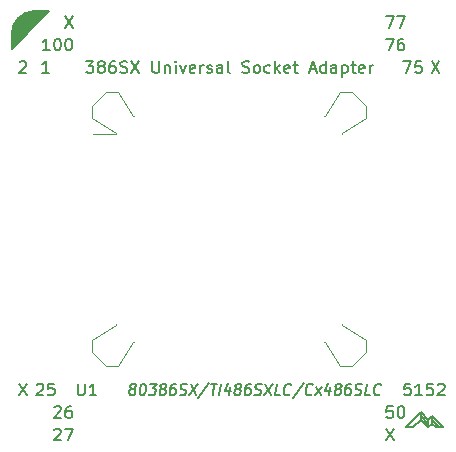
<source format=gbr>
%TF.GenerationSoftware,KiCad,Pcbnew,(6.0.2)*%
%TF.CreationDate,2026-01-28T07:44:18-08:00*%
%TF.ProjectId,i386sx-socket,69333836-7378-42d7-936f-636b65742e6b,1.0*%
%TF.SameCoordinates,Original*%
%TF.FileFunction,Legend,Top*%
%TF.FilePolarity,Positive*%
%FSLAX46Y46*%
G04 Gerber Fmt 4.6, Leading zero omitted, Abs format (unit mm)*
G04 Created by KiCad (PCBNEW (6.0.2)) date 2026-01-28 07:44:18*
%MOMM*%
%LPD*%
G01*
G04 APERTURE LIST*
%ADD10C,0.150000*%
%ADD11C,0.120000*%
G04 APERTURE END LIST*
D10*
X163195000Y-98742500D02*
X163830000Y-99377500D01*
X163195000Y-99060000D02*
X163195000Y-98742500D01*
X163195000Y-98425000D02*
X163195000Y-99060000D01*
X162877500Y-99060000D02*
X162877500Y-99377500D01*
X162877500Y-98742500D02*
X162877500Y-99060000D01*
X162877500Y-99060000D02*
X162877500Y-98742500D01*
X162242500Y-98425000D02*
X162877500Y-99060000D01*
X162242500Y-98742500D02*
X162242500Y-98425000D01*
X162242500Y-98107500D02*
X162242500Y-98742500D01*
X161607500Y-99377500D02*
X160972500Y-99377500D01*
X162242500Y-98742500D02*
X161607500Y-99377500D01*
X162877500Y-99377500D02*
X162242500Y-98742500D01*
X163195000Y-99060000D02*
X162877500Y-99377500D01*
X163512500Y-99377500D02*
X163195000Y-99060000D01*
X164147500Y-99377500D02*
X163512500Y-99377500D01*
X163195000Y-98425000D02*
X164147500Y-99377500D01*
X162877500Y-98742500D02*
X163195000Y-98425000D01*
X162242500Y-98107500D02*
X162877500Y-98742500D01*
X160972500Y-99377500D02*
X162242500Y-98107500D01*
X127635000Y-67310000D02*
X127635000Y-66040000D01*
X127635000Y-66040000D02*
X127952500Y-65087500D01*
X127952500Y-65087500D02*
X128587500Y-64452500D01*
X128587500Y-64452500D02*
X129540000Y-64135000D01*
X129540000Y-64135000D02*
X130810000Y-64135000D01*
X130810000Y-64135000D02*
X127635000Y-67310000D01*
G36*
X127635000Y-67310000D02*
G01*
X127635000Y-66040000D01*
X127952500Y-65087500D01*
X128587500Y-64452500D01*
X129540000Y-64135000D01*
X130810000Y-64135000D01*
X127635000Y-67310000D01*
G37*
X127635000Y-67310000D02*
X127635000Y-66040000D01*
X127952500Y-65087500D01*
X128587500Y-64452500D01*
X129540000Y-64135000D01*
X130810000Y-64135000D01*
X127635000Y-67310000D01*
X129540000Y-64135000D02*
G75*
G03*
X127635000Y-66040000I0J-1905000D01*
G01*
X159307857Y-64539880D02*
X159974523Y-64539880D01*
X159545952Y-65539880D01*
X160260238Y-64539880D02*
X160926904Y-64539880D01*
X160498333Y-65539880D01*
X159307857Y-66444880D02*
X159974523Y-66444880D01*
X159545952Y-67444880D01*
X160784047Y-66444880D02*
X160593571Y-66444880D01*
X160498333Y-66492500D01*
X160450714Y-66540119D01*
X160355476Y-66682976D01*
X160307857Y-66873452D01*
X160307857Y-67254404D01*
X160355476Y-67349642D01*
X160403095Y-67397261D01*
X160498333Y-67444880D01*
X160688809Y-67444880D01*
X160784047Y-67397261D01*
X160831666Y-67349642D01*
X160879285Y-67254404D01*
X160879285Y-67016309D01*
X160831666Y-66921071D01*
X160784047Y-66873452D01*
X160688809Y-66825833D01*
X160498333Y-66825833D01*
X160403095Y-66873452D01*
X160355476Y-66921071D01*
X160307857Y-67016309D01*
X160797976Y-68349880D02*
X161464642Y-68349880D01*
X161036071Y-69349880D01*
X162321785Y-68349880D02*
X161845595Y-68349880D01*
X161797976Y-68826071D01*
X161845595Y-68778452D01*
X161940833Y-68730833D01*
X162178928Y-68730833D01*
X162274166Y-68778452D01*
X162321785Y-68826071D01*
X162369404Y-68921309D01*
X162369404Y-69159404D01*
X162321785Y-69254642D01*
X162274166Y-69302261D01*
X162178928Y-69349880D01*
X161940833Y-69349880D01*
X161845595Y-69302261D01*
X161797976Y-69254642D01*
X163179166Y-68349880D02*
X163845833Y-69349880D01*
X163845833Y-68349880D02*
X163179166Y-69349880D01*
X163274404Y-95654880D02*
X162798214Y-95654880D01*
X162750595Y-96131071D01*
X162798214Y-96083452D01*
X162893452Y-96035833D01*
X163131547Y-96035833D01*
X163226785Y-96083452D01*
X163274404Y-96131071D01*
X163322023Y-96226309D01*
X163322023Y-96464404D01*
X163274404Y-96559642D01*
X163226785Y-96607261D01*
X163131547Y-96654880D01*
X162893452Y-96654880D01*
X162798214Y-96607261D01*
X162750595Y-96559642D01*
X163702976Y-95750119D02*
X163750595Y-95702500D01*
X163845833Y-95654880D01*
X164083928Y-95654880D01*
X164179166Y-95702500D01*
X164226785Y-95750119D01*
X164274404Y-95845357D01*
X164274404Y-95940595D01*
X164226785Y-96083452D01*
X163655357Y-96654880D01*
X164274404Y-96654880D01*
X161369404Y-95654880D02*
X160893214Y-95654880D01*
X160845595Y-96131071D01*
X160893214Y-96083452D01*
X160988452Y-96035833D01*
X161226547Y-96035833D01*
X161321785Y-96083452D01*
X161369404Y-96131071D01*
X161417023Y-96226309D01*
X161417023Y-96464404D01*
X161369404Y-96559642D01*
X161321785Y-96607261D01*
X161226547Y-96654880D01*
X160988452Y-96654880D01*
X160893214Y-96607261D01*
X160845595Y-96559642D01*
X162369404Y-96654880D02*
X161797976Y-96654880D01*
X162083690Y-96654880D02*
X162083690Y-95654880D01*
X161988452Y-95797738D01*
X161893214Y-95892976D01*
X161797976Y-95940595D01*
X129730595Y-95750119D02*
X129778214Y-95702500D01*
X129873452Y-95654880D01*
X130111547Y-95654880D01*
X130206785Y-95702500D01*
X130254404Y-95750119D01*
X130302023Y-95845357D01*
X130302023Y-95940595D01*
X130254404Y-96083452D01*
X129682976Y-96654880D01*
X130302023Y-96654880D01*
X131206785Y-95654880D02*
X130730595Y-95654880D01*
X130682976Y-96131071D01*
X130730595Y-96083452D01*
X130825833Y-96035833D01*
X131063928Y-96035833D01*
X131159166Y-96083452D01*
X131206785Y-96131071D01*
X131254404Y-96226309D01*
X131254404Y-96464404D01*
X131206785Y-96559642D01*
X131159166Y-96607261D01*
X131063928Y-96654880D01*
X130825833Y-96654880D01*
X130730595Y-96607261D01*
X130682976Y-96559642D01*
X130839761Y-67444880D02*
X130268333Y-67444880D01*
X130554047Y-67444880D02*
X130554047Y-66444880D01*
X130458809Y-66587738D01*
X130363571Y-66682976D01*
X130268333Y-66730595D01*
X131458809Y-66444880D02*
X131554047Y-66444880D01*
X131649285Y-66492500D01*
X131696904Y-66540119D01*
X131744523Y-66635357D01*
X131792142Y-66825833D01*
X131792142Y-67063928D01*
X131744523Y-67254404D01*
X131696904Y-67349642D01*
X131649285Y-67397261D01*
X131554047Y-67444880D01*
X131458809Y-67444880D01*
X131363571Y-67397261D01*
X131315952Y-67349642D01*
X131268333Y-67254404D01*
X131220714Y-67063928D01*
X131220714Y-66825833D01*
X131268333Y-66635357D01*
X131315952Y-66540119D01*
X131363571Y-66492500D01*
X131458809Y-66444880D01*
X132411190Y-66444880D02*
X132506428Y-66444880D01*
X132601666Y-66492500D01*
X132649285Y-66540119D01*
X132696904Y-66635357D01*
X132744523Y-66825833D01*
X132744523Y-67063928D01*
X132696904Y-67254404D01*
X132649285Y-67349642D01*
X132601666Y-67397261D01*
X132506428Y-67444880D01*
X132411190Y-67444880D01*
X132315952Y-67397261D01*
X132268333Y-67349642D01*
X132220714Y-67254404D01*
X132173095Y-67063928D01*
X132173095Y-66825833D01*
X132220714Y-66635357D01*
X132268333Y-66540119D01*
X132315952Y-66492500D01*
X132411190Y-66444880D01*
X128254166Y-95654880D02*
X128920833Y-96654880D01*
X128920833Y-95654880D02*
X128254166Y-96654880D01*
X132125476Y-64539880D02*
X132792142Y-65539880D01*
X132792142Y-64539880D02*
X132125476Y-65539880D01*
X159879285Y-97559880D02*
X159403095Y-97559880D01*
X159355476Y-98036071D01*
X159403095Y-97988452D01*
X159498333Y-97940833D01*
X159736428Y-97940833D01*
X159831666Y-97988452D01*
X159879285Y-98036071D01*
X159926904Y-98131309D01*
X159926904Y-98369404D01*
X159879285Y-98464642D01*
X159831666Y-98512261D01*
X159736428Y-98559880D01*
X159498333Y-98559880D01*
X159403095Y-98512261D01*
X159355476Y-98464642D01*
X160545952Y-97559880D02*
X160641190Y-97559880D01*
X160736428Y-97607500D01*
X160784047Y-97655119D01*
X160831666Y-97750357D01*
X160879285Y-97940833D01*
X160879285Y-98178928D01*
X160831666Y-98369404D01*
X160784047Y-98464642D01*
X160736428Y-98512261D01*
X160641190Y-98559880D01*
X160545952Y-98559880D01*
X160450714Y-98512261D01*
X160403095Y-98464642D01*
X160355476Y-98369404D01*
X160307857Y-98178928D01*
X160307857Y-97940833D01*
X160355476Y-97750357D01*
X160403095Y-97655119D01*
X160450714Y-97607500D01*
X160545952Y-97559880D01*
X131220714Y-99560119D02*
X131268333Y-99512500D01*
X131363571Y-99464880D01*
X131601666Y-99464880D01*
X131696904Y-99512500D01*
X131744523Y-99560119D01*
X131792142Y-99655357D01*
X131792142Y-99750595D01*
X131744523Y-99893452D01*
X131173095Y-100464880D01*
X131792142Y-100464880D01*
X132125476Y-99464880D02*
X132792142Y-99464880D01*
X132363571Y-100464880D01*
X131220714Y-97655119D02*
X131268333Y-97607500D01*
X131363571Y-97559880D01*
X131601666Y-97559880D01*
X131696904Y-97607500D01*
X131744523Y-97655119D01*
X131792142Y-97750357D01*
X131792142Y-97845595D01*
X131744523Y-97988452D01*
X131173095Y-98559880D01*
X131792142Y-98559880D01*
X132649285Y-97559880D02*
X132458809Y-97559880D01*
X132363571Y-97607500D01*
X132315952Y-97655119D01*
X132220714Y-97797976D01*
X132173095Y-97988452D01*
X132173095Y-98369404D01*
X132220714Y-98464642D01*
X132268333Y-98512261D01*
X132363571Y-98559880D01*
X132554047Y-98559880D01*
X132649285Y-98512261D01*
X132696904Y-98464642D01*
X132744523Y-98369404D01*
X132744523Y-98131309D01*
X132696904Y-98036071D01*
X132649285Y-97988452D01*
X132554047Y-97940833D01*
X132363571Y-97940833D01*
X132268333Y-97988452D01*
X132220714Y-98036071D01*
X132173095Y-98131309D01*
X159307857Y-99464880D02*
X159974523Y-100464880D01*
X159974523Y-99464880D02*
X159307857Y-100464880D01*
X128301785Y-68445119D02*
X128349404Y-68397500D01*
X128444642Y-68349880D01*
X128682738Y-68349880D01*
X128777976Y-68397500D01*
X128825595Y-68445119D01*
X128873214Y-68540357D01*
X128873214Y-68635595D01*
X128825595Y-68778452D01*
X128254166Y-69349880D01*
X128873214Y-69349880D01*
X130778214Y-69349880D02*
X130206785Y-69349880D01*
X130492500Y-69349880D02*
X130492500Y-68349880D01*
X130397261Y-68492738D01*
X130302023Y-68587976D01*
X130206785Y-68635595D01*
X133930952Y-68349880D02*
X134550000Y-68349880D01*
X134216666Y-68730833D01*
X134359523Y-68730833D01*
X134454761Y-68778452D01*
X134502380Y-68826071D01*
X134550000Y-68921309D01*
X134550000Y-69159404D01*
X134502380Y-69254642D01*
X134454761Y-69302261D01*
X134359523Y-69349880D01*
X134073809Y-69349880D01*
X133978571Y-69302261D01*
X133930952Y-69254642D01*
X135121428Y-68778452D02*
X135026190Y-68730833D01*
X134978571Y-68683214D01*
X134930952Y-68587976D01*
X134930952Y-68540357D01*
X134978571Y-68445119D01*
X135026190Y-68397500D01*
X135121428Y-68349880D01*
X135311904Y-68349880D01*
X135407142Y-68397500D01*
X135454761Y-68445119D01*
X135502380Y-68540357D01*
X135502380Y-68587976D01*
X135454761Y-68683214D01*
X135407142Y-68730833D01*
X135311904Y-68778452D01*
X135121428Y-68778452D01*
X135026190Y-68826071D01*
X134978571Y-68873690D01*
X134930952Y-68968928D01*
X134930952Y-69159404D01*
X134978571Y-69254642D01*
X135026190Y-69302261D01*
X135121428Y-69349880D01*
X135311904Y-69349880D01*
X135407142Y-69302261D01*
X135454761Y-69254642D01*
X135502380Y-69159404D01*
X135502380Y-68968928D01*
X135454761Y-68873690D01*
X135407142Y-68826071D01*
X135311904Y-68778452D01*
X136359523Y-68349880D02*
X136169047Y-68349880D01*
X136073809Y-68397500D01*
X136026190Y-68445119D01*
X135930952Y-68587976D01*
X135883333Y-68778452D01*
X135883333Y-69159404D01*
X135930952Y-69254642D01*
X135978571Y-69302261D01*
X136073809Y-69349880D01*
X136264285Y-69349880D01*
X136359523Y-69302261D01*
X136407142Y-69254642D01*
X136454761Y-69159404D01*
X136454761Y-68921309D01*
X136407142Y-68826071D01*
X136359523Y-68778452D01*
X136264285Y-68730833D01*
X136073809Y-68730833D01*
X135978571Y-68778452D01*
X135930952Y-68826071D01*
X135883333Y-68921309D01*
X136835714Y-69302261D02*
X136978571Y-69349880D01*
X137216666Y-69349880D01*
X137311904Y-69302261D01*
X137359523Y-69254642D01*
X137407142Y-69159404D01*
X137407142Y-69064166D01*
X137359523Y-68968928D01*
X137311904Y-68921309D01*
X137216666Y-68873690D01*
X137026190Y-68826071D01*
X136930952Y-68778452D01*
X136883333Y-68730833D01*
X136835714Y-68635595D01*
X136835714Y-68540357D01*
X136883333Y-68445119D01*
X136930952Y-68397500D01*
X137026190Y-68349880D01*
X137264285Y-68349880D01*
X137407142Y-68397500D01*
X137740476Y-68349880D02*
X138407142Y-69349880D01*
X138407142Y-68349880D02*
X137740476Y-69349880D01*
X139550000Y-68349880D02*
X139550000Y-69159404D01*
X139597619Y-69254642D01*
X139645238Y-69302261D01*
X139740476Y-69349880D01*
X139930952Y-69349880D01*
X140026190Y-69302261D01*
X140073809Y-69254642D01*
X140121428Y-69159404D01*
X140121428Y-68349880D01*
X140597619Y-68683214D02*
X140597619Y-69349880D01*
X140597619Y-68778452D02*
X140645238Y-68730833D01*
X140740476Y-68683214D01*
X140883333Y-68683214D01*
X140978571Y-68730833D01*
X141026190Y-68826071D01*
X141026190Y-69349880D01*
X141502380Y-69349880D02*
X141502380Y-68683214D01*
X141502380Y-68349880D02*
X141454761Y-68397500D01*
X141502380Y-68445119D01*
X141550000Y-68397500D01*
X141502380Y-68349880D01*
X141502380Y-68445119D01*
X141883333Y-68683214D02*
X142121428Y-69349880D01*
X142359523Y-68683214D01*
X143121428Y-69302261D02*
X143026190Y-69349880D01*
X142835714Y-69349880D01*
X142740476Y-69302261D01*
X142692857Y-69207023D01*
X142692857Y-68826071D01*
X142740476Y-68730833D01*
X142835714Y-68683214D01*
X143026190Y-68683214D01*
X143121428Y-68730833D01*
X143169047Y-68826071D01*
X143169047Y-68921309D01*
X142692857Y-69016547D01*
X143597619Y-69349880D02*
X143597619Y-68683214D01*
X143597619Y-68873690D02*
X143645238Y-68778452D01*
X143692857Y-68730833D01*
X143788095Y-68683214D01*
X143883333Y-68683214D01*
X144169047Y-69302261D02*
X144264285Y-69349880D01*
X144454761Y-69349880D01*
X144549999Y-69302261D01*
X144597619Y-69207023D01*
X144597619Y-69159404D01*
X144549999Y-69064166D01*
X144454761Y-69016547D01*
X144311904Y-69016547D01*
X144216666Y-68968928D01*
X144169047Y-68873690D01*
X144169047Y-68826071D01*
X144216666Y-68730833D01*
X144311904Y-68683214D01*
X144454761Y-68683214D01*
X144549999Y-68730833D01*
X145454761Y-69349880D02*
X145454761Y-68826071D01*
X145407142Y-68730833D01*
X145311904Y-68683214D01*
X145121428Y-68683214D01*
X145026190Y-68730833D01*
X145454761Y-69302261D02*
X145359523Y-69349880D01*
X145121428Y-69349880D01*
X145026190Y-69302261D01*
X144978571Y-69207023D01*
X144978571Y-69111785D01*
X145026190Y-69016547D01*
X145121428Y-68968928D01*
X145359523Y-68968928D01*
X145454761Y-68921309D01*
X146073809Y-69349880D02*
X145978571Y-69302261D01*
X145930952Y-69207023D01*
X145930952Y-68349880D01*
X147169047Y-69302261D02*
X147311904Y-69349880D01*
X147549999Y-69349880D01*
X147645238Y-69302261D01*
X147692857Y-69254642D01*
X147740476Y-69159404D01*
X147740476Y-69064166D01*
X147692857Y-68968928D01*
X147645238Y-68921309D01*
X147549999Y-68873690D01*
X147359523Y-68826071D01*
X147264285Y-68778452D01*
X147216666Y-68730833D01*
X147169047Y-68635595D01*
X147169047Y-68540357D01*
X147216666Y-68445119D01*
X147264285Y-68397500D01*
X147359523Y-68349880D01*
X147597619Y-68349880D01*
X147740476Y-68397500D01*
X148311904Y-69349880D02*
X148216666Y-69302261D01*
X148169047Y-69254642D01*
X148121428Y-69159404D01*
X148121428Y-68873690D01*
X148169047Y-68778452D01*
X148216666Y-68730833D01*
X148311904Y-68683214D01*
X148454761Y-68683214D01*
X148549999Y-68730833D01*
X148597619Y-68778452D01*
X148645238Y-68873690D01*
X148645238Y-69159404D01*
X148597619Y-69254642D01*
X148549999Y-69302261D01*
X148454761Y-69349880D01*
X148311904Y-69349880D01*
X149502380Y-69302261D02*
X149407142Y-69349880D01*
X149216666Y-69349880D01*
X149121428Y-69302261D01*
X149073809Y-69254642D01*
X149026190Y-69159404D01*
X149026190Y-68873690D01*
X149073809Y-68778452D01*
X149121428Y-68730833D01*
X149216666Y-68683214D01*
X149407142Y-68683214D01*
X149502380Y-68730833D01*
X149930952Y-69349880D02*
X149930952Y-68349880D01*
X150026190Y-68968928D02*
X150311904Y-69349880D01*
X150311904Y-68683214D02*
X149930952Y-69064166D01*
X151121428Y-69302261D02*
X151026190Y-69349880D01*
X150835714Y-69349880D01*
X150740476Y-69302261D01*
X150692857Y-69207023D01*
X150692857Y-68826071D01*
X150740476Y-68730833D01*
X150835714Y-68683214D01*
X151026190Y-68683214D01*
X151121428Y-68730833D01*
X151169047Y-68826071D01*
X151169047Y-68921309D01*
X150692857Y-69016547D01*
X151454761Y-68683214D02*
X151835714Y-68683214D01*
X151597619Y-68349880D02*
X151597619Y-69207023D01*
X151645238Y-69302261D01*
X151740476Y-69349880D01*
X151835714Y-69349880D01*
X152883333Y-69064166D02*
X153359523Y-69064166D01*
X152788095Y-69349880D02*
X153121428Y-68349880D01*
X153454761Y-69349880D01*
X154216666Y-69349880D02*
X154216666Y-68349880D01*
X154216666Y-69302261D02*
X154121428Y-69349880D01*
X153930952Y-69349880D01*
X153835714Y-69302261D01*
X153788095Y-69254642D01*
X153740476Y-69159404D01*
X153740476Y-68873690D01*
X153788095Y-68778452D01*
X153835714Y-68730833D01*
X153930952Y-68683214D01*
X154121428Y-68683214D01*
X154216666Y-68730833D01*
X155121428Y-69349880D02*
X155121428Y-68826071D01*
X155073809Y-68730833D01*
X154978571Y-68683214D01*
X154788095Y-68683214D01*
X154692857Y-68730833D01*
X155121428Y-69302261D02*
X155026190Y-69349880D01*
X154788095Y-69349880D01*
X154692857Y-69302261D01*
X154645238Y-69207023D01*
X154645238Y-69111785D01*
X154692857Y-69016547D01*
X154788095Y-68968928D01*
X155026190Y-68968928D01*
X155121428Y-68921309D01*
X155597619Y-68683214D02*
X155597619Y-69683214D01*
X155597619Y-68730833D02*
X155692857Y-68683214D01*
X155883333Y-68683214D01*
X155978571Y-68730833D01*
X156026190Y-68778452D01*
X156073809Y-68873690D01*
X156073809Y-69159404D01*
X156026190Y-69254642D01*
X155978571Y-69302261D01*
X155883333Y-69349880D01*
X155692857Y-69349880D01*
X155597619Y-69302261D01*
X156359523Y-68683214D02*
X156740476Y-68683214D01*
X156502380Y-68349880D02*
X156502380Y-69207023D01*
X156549999Y-69302261D01*
X156645238Y-69349880D01*
X156740476Y-69349880D01*
X157454761Y-69302261D02*
X157359523Y-69349880D01*
X157169047Y-69349880D01*
X157073809Y-69302261D01*
X157026190Y-69207023D01*
X157026190Y-68826071D01*
X157073809Y-68730833D01*
X157169047Y-68683214D01*
X157359523Y-68683214D01*
X157454761Y-68730833D01*
X157502380Y-68826071D01*
X157502380Y-68921309D01*
X157026190Y-69016547D01*
X157930952Y-69349880D02*
X157930952Y-68683214D01*
X157930952Y-68873690D02*
X157978571Y-68778452D01*
X158026190Y-68730833D01*
X158121428Y-68683214D01*
X158216666Y-68683214D01*
%TO.C,U1*%
X133223095Y-95654880D02*
X133223095Y-96464404D01*
X133270714Y-96559642D01*
X133318333Y-96607261D01*
X133413571Y-96654880D01*
X133604047Y-96654880D01*
X133699285Y-96607261D01*
X133746904Y-96559642D01*
X133794523Y-96464404D01*
X133794523Y-95654880D01*
X134794523Y-96654880D02*
X134223095Y-96654880D01*
X134508809Y-96654880D02*
X134508809Y-95654880D01*
X134413571Y-95797738D01*
X134318333Y-95892976D01*
X134223095Y-95940595D01*
X137792113Y-96083452D02*
X137712351Y-96035833D01*
X137675446Y-95988214D01*
X137644494Y-95892976D01*
X137650446Y-95845357D01*
X137705208Y-95750119D01*
X137754017Y-95702500D01*
X137845684Y-95654880D01*
X138017113Y-95654880D01*
X138096875Y-95702500D01*
X138133779Y-95750119D01*
X138164732Y-95845357D01*
X138158779Y-95892976D01*
X138104017Y-95988214D01*
X138055208Y-96035833D01*
X137963541Y-96083452D01*
X137792113Y-96083452D01*
X137700446Y-96131071D01*
X137651636Y-96178690D01*
X137596875Y-96273928D01*
X137573065Y-96464404D01*
X137604017Y-96559642D01*
X137640922Y-96607261D01*
X137720684Y-96654880D01*
X137892113Y-96654880D01*
X137983779Y-96607261D01*
X138032589Y-96559642D01*
X138087351Y-96464404D01*
X138111160Y-96273928D01*
X138080208Y-96178690D01*
X138043303Y-96131071D01*
X137963541Y-96083452D01*
X138745684Y-95654880D02*
X138831398Y-95654880D01*
X138911160Y-95702500D01*
X138948065Y-95750119D01*
X138979017Y-95845357D01*
X138998065Y-96035833D01*
X138968303Y-96273928D01*
X138901636Y-96464404D01*
X138846875Y-96559642D01*
X138798065Y-96607261D01*
X138706398Y-96654880D01*
X138620684Y-96654880D01*
X138540922Y-96607261D01*
X138504017Y-96559642D01*
X138473065Y-96464404D01*
X138454017Y-96273928D01*
X138483779Y-96035833D01*
X138550446Y-95845357D01*
X138605208Y-95750119D01*
X138654017Y-95702500D01*
X138745684Y-95654880D01*
X139345684Y-95654880D02*
X139902827Y-95654880D01*
X139555208Y-96035833D01*
X139683779Y-96035833D01*
X139763541Y-96083452D01*
X139800446Y-96131071D01*
X139831398Y-96226309D01*
X139801636Y-96464404D01*
X139746875Y-96559642D01*
X139698065Y-96607261D01*
X139606398Y-96654880D01*
X139349255Y-96654880D01*
X139269494Y-96607261D01*
X139232589Y-96559642D01*
X140363541Y-96083452D02*
X140283779Y-96035833D01*
X140246875Y-95988214D01*
X140215922Y-95892976D01*
X140221875Y-95845357D01*
X140276636Y-95750119D01*
X140325446Y-95702500D01*
X140417113Y-95654880D01*
X140588541Y-95654880D01*
X140668303Y-95702500D01*
X140705208Y-95750119D01*
X140736160Y-95845357D01*
X140730208Y-95892976D01*
X140675446Y-95988214D01*
X140626636Y-96035833D01*
X140534970Y-96083452D01*
X140363541Y-96083452D01*
X140271875Y-96131071D01*
X140223065Y-96178690D01*
X140168303Y-96273928D01*
X140144494Y-96464404D01*
X140175446Y-96559642D01*
X140212351Y-96607261D01*
X140292113Y-96654880D01*
X140463541Y-96654880D01*
X140555208Y-96607261D01*
X140604017Y-96559642D01*
X140658779Y-96464404D01*
X140682589Y-96273928D01*
X140651636Y-96178690D01*
X140614732Y-96131071D01*
X140534970Y-96083452D01*
X141531398Y-95654880D02*
X141359970Y-95654880D01*
X141268303Y-95702500D01*
X141219494Y-95750119D01*
X141115922Y-95892976D01*
X141049255Y-96083452D01*
X141001636Y-96464404D01*
X141032589Y-96559642D01*
X141069494Y-96607261D01*
X141149255Y-96654880D01*
X141320684Y-96654880D01*
X141412351Y-96607261D01*
X141461160Y-96559642D01*
X141515922Y-96464404D01*
X141545684Y-96226309D01*
X141514732Y-96131071D01*
X141477827Y-96083452D01*
X141398065Y-96035833D01*
X141226636Y-96035833D01*
X141134970Y-96083452D01*
X141086160Y-96131071D01*
X141031398Y-96226309D01*
X141840922Y-96607261D02*
X141963541Y-96654880D01*
X142177827Y-96654880D01*
X142269494Y-96607261D01*
X142318303Y-96559642D01*
X142373065Y-96464404D01*
X142384970Y-96369166D01*
X142354017Y-96273928D01*
X142317113Y-96226309D01*
X142237351Y-96178690D01*
X142071875Y-96131071D01*
X141992113Y-96083452D01*
X141955208Y-96035833D01*
X141924255Y-95940595D01*
X141936160Y-95845357D01*
X141990922Y-95750119D01*
X142039732Y-95702500D01*
X142131398Y-95654880D01*
X142345684Y-95654880D01*
X142468303Y-95702500D01*
X142774255Y-95654880D02*
X143249255Y-96654880D01*
X143374255Y-95654880D02*
X142649255Y-96654880D01*
X144365922Y-95607261D02*
X143433779Y-96892976D01*
X144531398Y-95654880D02*
X145045684Y-95654880D01*
X144663541Y-96654880D02*
X144788541Y-95654880D01*
X145220684Y-96654880D02*
X145345684Y-95654880D01*
X146118303Y-95988214D02*
X146034970Y-96654880D01*
X145951636Y-95607261D02*
X145648065Y-96321547D01*
X146205208Y-96321547D01*
X146706398Y-96083452D02*
X146626636Y-96035833D01*
X146589732Y-95988214D01*
X146558779Y-95892976D01*
X146564732Y-95845357D01*
X146619494Y-95750119D01*
X146668303Y-95702500D01*
X146759970Y-95654880D01*
X146931398Y-95654880D01*
X147011160Y-95702500D01*
X147048065Y-95750119D01*
X147079017Y-95845357D01*
X147073065Y-95892976D01*
X147018303Y-95988214D01*
X146969494Y-96035833D01*
X146877827Y-96083452D01*
X146706398Y-96083452D01*
X146614732Y-96131071D01*
X146565922Y-96178690D01*
X146511160Y-96273928D01*
X146487351Y-96464404D01*
X146518303Y-96559642D01*
X146555208Y-96607261D01*
X146634970Y-96654880D01*
X146806398Y-96654880D01*
X146898065Y-96607261D01*
X146946875Y-96559642D01*
X147001636Y-96464404D01*
X147025446Y-96273928D01*
X146994494Y-96178690D01*
X146957589Y-96131071D01*
X146877827Y-96083452D01*
X147874255Y-95654880D02*
X147702827Y-95654880D01*
X147611160Y-95702500D01*
X147562351Y-95750119D01*
X147458779Y-95892976D01*
X147392113Y-96083452D01*
X147344494Y-96464404D01*
X147375446Y-96559642D01*
X147412351Y-96607261D01*
X147492113Y-96654880D01*
X147663541Y-96654880D01*
X147755208Y-96607261D01*
X147804017Y-96559642D01*
X147858779Y-96464404D01*
X147888541Y-96226309D01*
X147857589Y-96131071D01*
X147820684Y-96083452D01*
X147740922Y-96035833D01*
X147569494Y-96035833D01*
X147477827Y-96083452D01*
X147429017Y-96131071D01*
X147374255Y-96226309D01*
X148183779Y-96607261D02*
X148306398Y-96654880D01*
X148520684Y-96654880D01*
X148612351Y-96607261D01*
X148661160Y-96559642D01*
X148715922Y-96464404D01*
X148727827Y-96369166D01*
X148696875Y-96273928D01*
X148659970Y-96226309D01*
X148580208Y-96178690D01*
X148414732Y-96131071D01*
X148334970Y-96083452D01*
X148298065Y-96035833D01*
X148267113Y-95940595D01*
X148279017Y-95845357D01*
X148333779Y-95750119D01*
X148382589Y-95702500D01*
X148474255Y-95654880D01*
X148688541Y-95654880D01*
X148811160Y-95702500D01*
X149117113Y-95654880D02*
X149592113Y-96654880D01*
X149717113Y-95654880D02*
X148992113Y-96654880D01*
X150363541Y-96654880D02*
X149934970Y-96654880D01*
X150059970Y-95654880D01*
X151189732Y-96559642D02*
X151140922Y-96607261D01*
X151006398Y-96654880D01*
X150920684Y-96654880D01*
X150798065Y-96607261D01*
X150724255Y-96512023D01*
X150693303Y-96416785D01*
X150674255Y-96226309D01*
X150692113Y-96083452D01*
X150758779Y-95892976D01*
X150813541Y-95797738D01*
X150911160Y-95702500D01*
X151045684Y-95654880D01*
X151131398Y-95654880D01*
X151254017Y-95702500D01*
X151290922Y-95750119D01*
X152337351Y-95607261D02*
X151405208Y-96892976D01*
X153032589Y-96559642D02*
X152983779Y-96607261D01*
X152849255Y-96654880D01*
X152763541Y-96654880D01*
X152640922Y-96607261D01*
X152567113Y-96512023D01*
X152536160Y-96416785D01*
X152517113Y-96226309D01*
X152534970Y-96083452D01*
X152601636Y-95892976D01*
X152656398Y-95797738D01*
X152754017Y-95702500D01*
X152888541Y-95654880D01*
X152974255Y-95654880D01*
X153096875Y-95702500D01*
X153133779Y-95750119D01*
X153320684Y-96654880D02*
X153875446Y-95988214D01*
X153404017Y-95988214D02*
X153792113Y-96654880D01*
X154604017Y-95988214D02*
X154520684Y-96654880D01*
X154437351Y-95607261D02*
X154133779Y-96321547D01*
X154690922Y-96321547D01*
X155192113Y-96083452D02*
X155112351Y-96035833D01*
X155075446Y-95988214D01*
X155044494Y-95892976D01*
X155050446Y-95845357D01*
X155105208Y-95750119D01*
X155154017Y-95702500D01*
X155245684Y-95654880D01*
X155417113Y-95654880D01*
X155496875Y-95702500D01*
X155533779Y-95750119D01*
X155564732Y-95845357D01*
X155558779Y-95892976D01*
X155504017Y-95988214D01*
X155455208Y-96035833D01*
X155363541Y-96083452D01*
X155192113Y-96083452D01*
X155100446Y-96131071D01*
X155051636Y-96178690D01*
X154996875Y-96273928D01*
X154973065Y-96464404D01*
X155004017Y-96559642D01*
X155040922Y-96607261D01*
X155120684Y-96654880D01*
X155292113Y-96654880D01*
X155383779Y-96607261D01*
X155432589Y-96559642D01*
X155487351Y-96464404D01*
X155511160Y-96273928D01*
X155480208Y-96178690D01*
X155443303Y-96131071D01*
X155363541Y-96083452D01*
X156359970Y-95654880D02*
X156188541Y-95654880D01*
X156096875Y-95702500D01*
X156048065Y-95750119D01*
X155944494Y-95892976D01*
X155877827Y-96083452D01*
X155830208Y-96464404D01*
X155861160Y-96559642D01*
X155898065Y-96607261D01*
X155977827Y-96654880D01*
X156149255Y-96654880D01*
X156240922Y-96607261D01*
X156289732Y-96559642D01*
X156344494Y-96464404D01*
X156374255Y-96226309D01*
X156343303Y-96131071D01*
X156306398Y-96083452D01*
X156226636Y-96035833D01*
X156055208Y-96035833D01*
X155963541Y-96083452D01*
X155914732Y-96131071D01*
X155859970Y-96226309D01*
X156669494Y-96607261D02*
X156792113Y-96654880D01*
X157006398Y-96654880D01*
X157098065Y-96607261D01*
X157146875Y-96559642D01*
X157201636Y-96464404D01*
X157213541Y-96369166D01*
X157182589Y-96273928D01*
X157145684Y-96226309D01*
X157065922Y-96178690D01*
X156900446Y-96131071D01*
X156820684Y-96083452D01*
X156783779Y-96035833D01*
X156752827Y-95940595D01*
X156764732Y-95845357D01*
X156819494Y-95750119D01*
X156868303Y-95702500D01*
X156959970Y-95654880D01*
X157174255Y-95654880D01*
X157296875Y-95702500D01*
X157992113Y-96654880D02*
X157563541Y-96654880D01*
X157688541Y-95654880D01*
X158818303Y-96559642D02*
X158769494Y-96607261D01*
X158634970Y-96654880D01*
X158549255Y-96654880D01*
X158426636Y-96607261D01*
X158352827Y-96512023D01*
X158321875Y-96416785D01*
X158302827Y-96226309D01*
X158320684Y-96083452D01*
X158387351Y-95892976D01*
X158442113Y-95797738D01*
X158539732Y-95702500D01*
X158674255Y-95654880D01*
X158759970Y-95654880D01*
X158882589Y-95702500D01*
X158919494Y-95750119D01*
D11*
X155630001Y-90679999D02*
X155630001Y-90609999D01*
X136650001Y-70970000D02*
X135630001Y-70970000D01*
X157630000Y-73150001D02*
X157630000Y-72130001D01*
X154179999Y-72969999D02*
X155449999Y-70970000D01*
X157630000Y-72130001D02*
X156469999Y-70970000D01*
X154109999Y-92130001D02*
X154179999Y-92130001D01*
X157630000Y-91949999D02*
X155630001Y-90679999D01*
X136469999Y-90679999D02*
X136469999Y-90609999D01*
X154179999Y-92130001D02*
X155449999Y-94130000D01*
X134470000Y-73150001D02*
X136469999Y-74420001D01*
X157630000Y-92969999D02*
X156469999Y-94130000D01*
X154109999Y-72969999D02*
X154179999Y-72969999D01*
X134470000Y-73150001D02*
X134470000Y-72130001D01*
X134470000Y-72130001D02*
X135630001Y-70970000D01*
X137920001Y-72969999D02*
X136650001Y-70970000D01*
X157630000Y-91949999D02*
X157630000Y-92969999D01*
X155449999Y-70970000D02*
X156469999Y-70970000D01*
X134470000Y-91949999D02*
X134470000Y-92969999D01*
X134490000Y-74490001D02*
X136469999Y-74490001D01*
X137920001Y-92130001D02*
X136650001Y-94130000D01*
X136650001Y-94130000D02*
X135630001Y-94130000D01*
X134470000Y-92969999D02*
X135630001Y-94130000D01*
X155630001Y-74420001D02*
X155630001Y-74490001D01*
X136469999Y-74420001D02*
X136469999Y-74490001D01*
X137990001Y-92130001D02*
X137920001Y-92130001D01*
X134470000Y-91949999D02*
X136469999Y-90679999D01*
X137990001Y-72969999D02*
X137920001Y-72969999D01*
X157630000Y-73150001D02*
X155630001Y-74420001D01*
X155449999Y-94130000D02*
X156469999Y-94130000D01*
%TD*%
M02*

</source>
